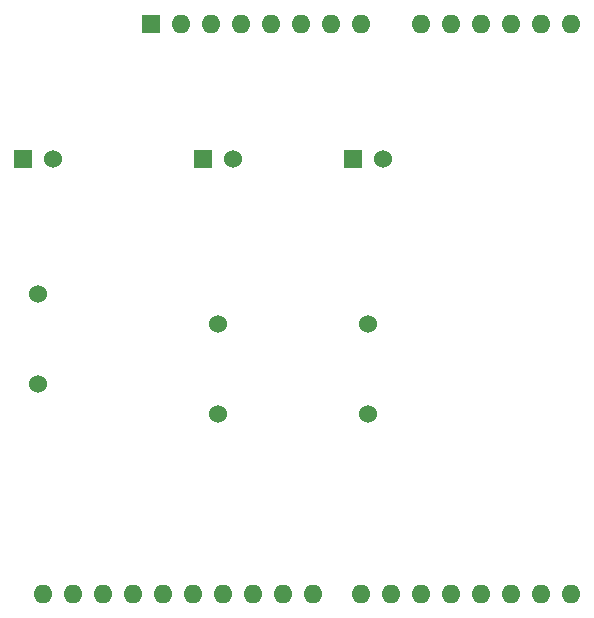
<source format=gbr>
%TF.GenerationSoftware,KiCad,Pcbnew,(6.0.7)*%
%TF.CreationDate,2022-08-16T16:09:05+09:00*%
%TF.ProjectId,uno_sd,756e6f5f-7364-42e6-9b69-6361645f7063,rev?*%
%TF.SameCoordinates,Original*%
%TF.FileFunction,Soldermask,Top*%
%TF.FilePolarity,Negative*%
%FSLAX46Y46*%
G04 Gerber Fmt 4.6, Leading zero omitted, Abs format (unit mm)*
G04 Created by KiCad (PCBNEW (6.0.7)) date 2022-08-16 16:09:05*
%MOMM*%
%LPD*%
G01*
G04 APERTURE LIST*
%ADD10C,1.524000*%
%ADD11R,1.524000X1.524000*%
%ADD12R,1.600000X1.600000*%
%ADD13O,1.600000X1.600000*%
G04 APERTURE END LIST*
D10*
%TO.C,R3*%
X154940000Y-92710000D03*
X154940000Y-100330000D03*
%TD*%
%TO.C,R2*%
X170180000Y-95250000D03*
X170180000Y-102870000D03*
%TD*%
%TO.C,R1*%
X182880000Y-95250000D03*
X182880000Y-102870000D03*
%TD*%
D11*
%TO.C,U3*%
X153670000Y-81280000D03*
D10*
X156210000Y-81280000D03*
%TD*%
D11*
%TO.C,U2*%
X168910000Y-81280000D03*
D10*
X171450000Y-81280000D03*
%TD*%
D11*
%TO.C,U1*%
X181610000Y-81280000D03*
D10*
X184150000Y-81280000D03*
%TD*%
D12*
%TO.C,A1*%
X164465000Y-69850000D03*
D13*
X167005000Y-69850000D03*
X169545000Y-69850000D03*
X172085000Y-69850000D03*
X174625000Y-69850000D03*
X177165000Y-69850000D03*
X179705000Y-69850000D03*
X182245000Y-69850000D03*
X187325000Y-69850000D03*
X189865000Y-69850000D03*
X192405000Y-69850000D03*
X194945000Y-69850000D03*
X197485000Y-69850000D03*
X200025000Y-69850000D03*
X200025000Y-118110000D03*
X197485000Y-118110000D03*
X194945000Y-118110000D03*
X192405000Y-118110000D03*
X189865000Y-118110000D03*
X187325000Y-118110000D03*
X184785000Y-118110000D03*
X182245000Y-118110000D03*
X178185000Y-118110000D03*
X175645000Y-118110000D03*
X173105000Y-118110000D03*
X170565000Y-118110000D03*
X168025000Y-118110000D03*
X165485000Y-118110000D03*
X162945000Y-118110000D03*
X160405000Y-118110000D03*
X157865000Y-118110000D03*
X155325000Y-118110000D03*
%TD*%
M02*

</source>
